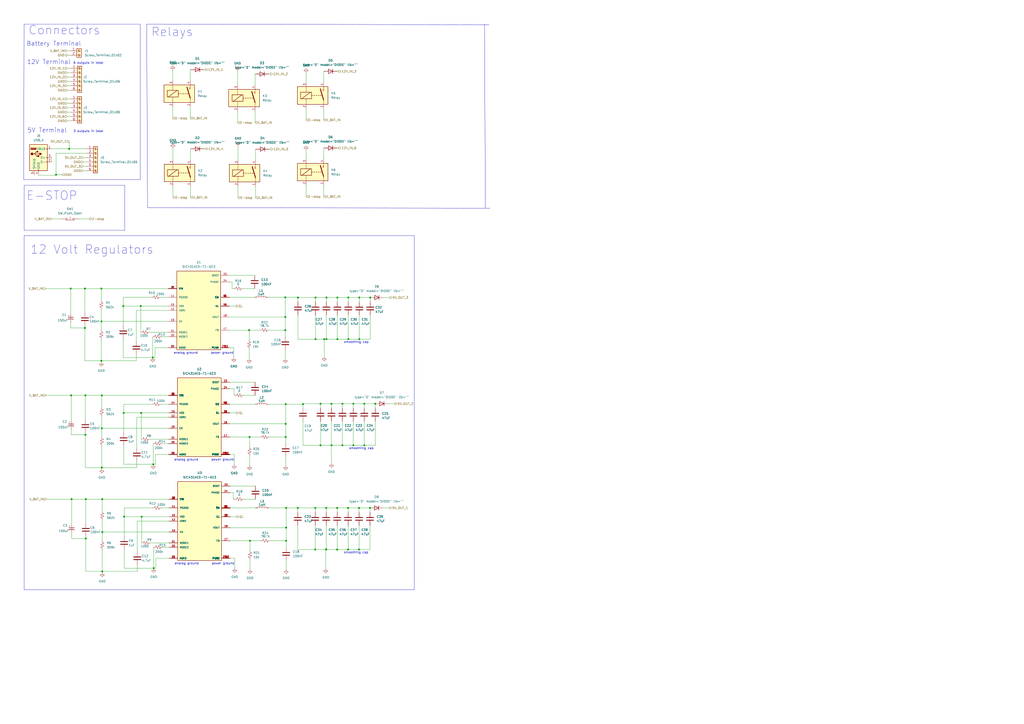
<source format=kicad_sch>
(kicad_sch (version 20230121) (generator eeschema)
  (paper "A2")
  (junction (at 208.28 294.64))
  (junction (at 49.276 167.386))
  (junction (at 189.23 318.77))
  (junction (at 165.481 172.466))
  (junction (at 175.768 234.442))
  (junction (at 195.58 318.77))
  (junction (at 59.309 289.56))
  (junction (at 89.154 329.565))
  (junction (at 182.88 294.64))
  (junction (at 165.735 245.872))
  (junction (at 144.78 253.492))
  (junction (at 32.512 101.346))
  (junction (at 144.526 191.516))
  (junction (at 189.357 196.723))
  (junction (at 88.646 207.391))
  (junction (at 211.328 258.318))
  (junction (at 211.328 234.188))
  (junction (at 195.707 196.723))
  (junction (at 201.93 318.77))
  (junction (at 214.757 172.593))
  (junction (at 189.23 318.643))
  (junction (at 172.72 294.64))
  (junction (at 49.784 312.42))
  (junction (at 202.057 172.593))
  (junction (at 58.801 186.436))
  (junction (at 145.034 313.69))
  (junction (at 214.63 294.64))
  (junction (at 165.989 306.07))
  (junction (at 49.276 190.246))
  (junction (at 185.928 234.188))
  (junction (at 81.661 177.546))
  (junction (at 208.407 172.593))
  (junction (at 195.707 172.593))
  (junction (at 165.735 253.492))
  (junction (at 81.915 239.522))
  (junction (at 217.678 234.188))
  (junction (at 192.278 258.318))
  (junction (at 165.735 234.442))
  (junction (at 59.055 229.362))
  (junction (at 165.481 191.516))
  (junction (at 189.357 172.593))
  (junction (at 208.407 196.723))
  (junction (at 204.978 234.188))
  (junction (at 49.53 252.222))
  (junction (at 41.529 289.56))
  (junction (at 59.055 248.412))
  (junction (at 58.801 209.296))
  (junction (at 195.58 294.64))
  (junction (at 165.989 313.69))
  (junction (at 58.801 167.386))
  (junction (at 49.53 229.362))
  (junction (at 59.309 331.47))
  (junction (at 192.278 234.188))
  (junction (at 165.989 294.64))
  (junction (at 202.057 196.723))
  (junction (at 183.007 172.593))
  (junction (at 204.978 258.318))
  (junction (at 201.93 294.64))
  (junction (at 208.28 318.77))
  (junction (at 41.021 167.386))
  (junction (at 172.847 172.593))
  (junction (at 188.087 196.723))
  (junction (at 182.88 318.77))
  (junction (at 59.309 308.61))
  (junction (at 198.628 234.188))
  (junction (at 72.009 299.72))
  (junction (at 71.755 239.522))
  (junction (at 185.928 258.318))
  (junction (at 41.275 229.362))
  (junction (at 71.501 177.546))
  (junction (at 59.055 271.272))
  (junction (at 165.481 183.896))
  (junction (at 49.784 289.56))
  (junction (at 88.9 269.367))
  (junction (at 189.23 294.64))
  (junction (at 198.628 258.318))
  (junction (at 82.169 299.72))
  (junction (at 183.007 196.723))
  (junction (at 40.132 86.36))
  (wire (pts (xy 58.801 209.296) (xy 58.801 209.931)))
  (wire (pts (xy 148.209 86.487) (xy 148.463 86.487)))
  (wire (pts (xy 156.21 253.492) (xy 165.735 253.492)))
  (polyline (pts (xy 13.716 104.14) (xy 81.28 104.14)))
  (wire (pts (xy 26.416 167.386) (xy 41.021 167.386)))
  (wire (pts (xy 41.529 312.42) (xy 49.784 312.42)))
  (wire (pts (xy 165.989 313.69) (xy 165.989 306.07)))
  (wire (pts (xy 48.26 99.06) (xy 50.292 99.06)))
  (polyline (pts (xy 240.284 342.138) (xy 13.97 342.138)))
  (wire (pts (xy 41.529 289.56) (xy 49.784 289.56)))
  (wire (pts (xy 41.529 309.245) (xy 41.529 312.42)))
  (wire (pts (xy 38.989 57.404) (xy 41.021 57.404)))
  (wire (pts (xy 136.271 289.56) (xy 135.382 289.56)))
  (wire (pts (xy 222.25 294.64) (xy 226.06 294.64)))
  (wire (pts (xy 214.63 294.64) (xy 214.63 297.18)))
  (wire (pts (xy 185.928 234.188) (xy 185.928 236.728)))
  (wire (pts (xy 185.928 258.318) (xy 192.278 258.318)))
  (wire (pts (xy 133.604 313.69) (xy 145.034 313.69)))
  (wire (pts (xy 135.763 225.552) (xy 135.763 229.362)))
  (wire (pts (xy 59.055 229.362) (xy 97.79 229.362)))
  (wire (pts (xy 202.057 172.593) (xy 202.057 175.133)))
  (wire (pts (xy 198.628 234.188) (xy 198.628 236.728)))
  (wire (pts (xy 133.35 225.552) (xy 135.763 225.552)))
  (wire (pts (xy 137.795 64.516) (xy 137.795 71.12)))
  (wire (pts (xy 165.989 294.64) (xy 172.72 294.64)))
  (wire (pts (xy 192.278 258.318) (xy 198.628 258.318)))
  (wire (pts (xy 222.377 172.593) (xy 226.187 172.593)))
  (wire (pts (xy 165.735 245.872) (xy 133.35 245.872)))
  (wire (pts (xy 188.087 196.723) (xy 189.357 196.723)))
  (wire (pts (xy 165.989 306.07) (xy 133.604 306.07)))
  (wire (pts (xy 49.784 289.56) (xy 59.309 289.56)))
  (wire (pts (xy 189.23 304.8) (xy 189.23 318.643)))
  (wire (pts (xy 79.375 259.842) (xy 79.375 242.062)))
  (wire (pts (xy 86.995 254.762) (xy 97.79 254.762)))
  (wire (pts (xy 136.144 323.85) (xy 136.144 329.565)))
  (wire (pts (xy 32.512 88.9) (xy 32.512 101.346)))
  (wire (pts (xy 38.862 32.004) (xy 40.767 32.004)))
  (wire (pts (xy 59.055 258.572) (xy 59.055 271.272)))
  (wire (pts (xy 185.928 244.348) (xy 185.928 258.318)))
  (wire (pts (xy 100.203 40.767) (xy 100.203 46.736)))
  (wire (pts (xy 49.784 312.42) (xy 49.784 311.15)))
  (wire (pts (xy 41.021 187.071) (xy 41.021 190.246)))
  (wire (pts (xy 89.154 317.5) (xy 89.154 329.565)))
  (wire (pts (xy 81.915 239.522) (xy 97.79 239.522)))
  (polyline (pts (xy 72.39 133.604) (xy 72.39 107.442)))
  (wire (pts (xy 187.706 62.992) (xy 187.706 69.596)))
  (wire (pts (xy 156.464 313.69) (xy 165.989 313.69)))
  (wire (pts (xy 214.63 304.8) (xy 214.63 318.77)))
  (wire (pts (xy 202.057 172.593) (xy 208.407 172.593)))
  (wire (pts (xy 195.58 41.402) (xy 196.596 41.402)))
  (wire (pts (xy 79.375 267.462) (xy 79.375 271.272)))
  (wire (pts (xy 38.989 44.704) (xy 41.021 44.704)))
  (wire (pts (xy 110.49 107.95) (xy 110.49 114.554)))
  (wire (pts (xy 90.424 323.85) (xy 90.424 329.565)))
  (wire (pts (xy 187.706 85.852) (xy 187.96 85.852)))
  (wire (pts (xy 41.021 167.386) (xy 49.276 167.386)))
  (wire (pts (xy 59.309 318.77) (xy 59.309 331.47)))
  (wire (pts (xy 71.501 188.976) (xy 71.501 177.546)))
  (wire (pts (xy 165.481 172.466) (xy 172.847 172.466)))
  (wire (pts (xy 165.989 313.69) (xy 165.989 317.5)))
  (wire (pts (xy 195.58 85.852) (xy 196.596 85.852)))
  (wire (pts (xy 135.636 201.676) (xy 135.636 207.391)))
  (wire (pts (xy 89.154 329.565) (xy 90.424 329.565)))
  (wire (pts (xy 172.72 294.64) (xy 172.72 297.18)))
  (wire (pts (xy 155.829 42.926) (xy 156.845 42.926)))
  (wire (pts (xy 82.169 299.72) (xy 98.044 299.72)))
  (wire (pts (xy 118.364 86.36) (xy 119.38 86.36)))
  (wire (pts (xy 110.49 86.36) (xy 110.744 86.36)))
  (wire (pts (xy 79.629 320.04) (xy 79.629 302.26)))
  (polyline (pts (xy 85.598 120.396) (xy 284.226 120.777)))
  (wire (pts (xy 135.382 285.75) (xy 133.604 285.75)))
  (wire (pts (xy 211.328 234.188) (xy 217.678 234.188)))
  (wire (pts (xy 144.526 191.516) (xy 144.526 197.231)))
  (polyline (pts (xy 13.97 136.652) (xy 17.018 136.652)))
  (wire (pts (xy 93.345 234.442) (xy 97.79 234.442)))
  (wire (pts (xy 208.28 304.8) (xy 208.28 318.77)))
  (wire (pts (xy 189.23 294.64) (xy 195.58 294.64)))
  (wire (pts (xy 59.309 308.61) (xy 59.309 313.69)))
  (wire (pts (xy 138.049 108.077) (xy 138.049 114.681)))
  (polyline (pts (xy 13.97 107.442) (xy 72.39 107.442)))
  (wire (pts (xy 165.481 183.896) (xy 133.096 183.896)))
  (wire (pts (xy 145.034 324.485) (xy 145.034 330.2)))
  (wire (pts (xy 41.021 190.246) (xy 49.276 190.246)))
  (wire (pts (xy 133.096 159.766) (xy 147.701 159.766)))
  (wire (pts (xy 81.661 192.786) (xy 81.661 177.546)))
  (wire (pts (xy 182.88 304.8) (xy 182.88 318.77)))
  (wire (pts (xy 79.121 209.296) (xy 58.801 209.296)))
  (wire (pts (xy 50.292 88.9) (xy 32.512 88.9)))
  (wire (pts (xy 59.055 241.427) (xy 59.055 248.412)))
  (wire (pts (xy 133.604 323.85) (xy 136.144 323.85)))
  (wire (pts (xy 144.78 264.287) (xy 144.78 270.002)))
  (wire (pts (xy 177.546 87.249) (xy 177.546 92.202)))
  (wire (pts (xy 133.35 221.742) (xy 147.955 221.742)))
  (wire (pts (xy 93.091 172.466) (xy 97.536 172.466)))
  (wire (pts (xy 72.009 299.72) (xy 82.169 299.72)))
  (wire (pts (xy 32.512 101.6) (xy 22.352 101.6)))
  (wire (pts (xy 192.278 234.188) (xy 192.278 236.728)))
  (wire (pts (xy 79.629 302.26) (xy 98.044 302.26)))
  (wire (pts (xy 188.087 196.723) (xy 183.007 196.723)))
  (wire (pts (xy 198.628 234.188) (xy 204.978 234.188)))
  (wire (pts (xy 71.755 250.952) (xy 71.755 239.522)))
  (wire (pts (xy 214.757 182.753) (xy 214.757 196.723)))
  (wire (pts (xy 32.512 101.346) (xy 36.068 101.346)))
  (wire (pts (xy 172.847 172.593) (xy 183.007 172.593)))
  (wire (pts (xy 204.978 234.188) (xy 204.978 236.728)))
  (wire (pts (xy 189.23 294.64) (xy 189.23 297.18)))
  (wire (pts (xy 38.989 39.624) (xy 41.021 39.624)))
  (wire (pts (xy 88.9 257.302) (xy 88.9 269.367)))
  (wire (pts (xy 165.735 234.442) (xy 175.768 234.442)))
  (wire (pts (xy 100.33 85.979) (xy 100.33 92.71)))
  (wire (pts (xy 172.72 318.77) (xy 172.72 304.8)))
  (wire (pts (xy 133.35 263.652) (xy 135.89 263.652)))
  (wire (pts (xy 29.972 86.36) (xy 40.132 86.36)))
  (polyline (pts (xy 16.764 136.652) (xy 240.284 136.652)))
  (polyline (pts (xy 240.284 136.652) (xy 240.284 342.138)))
  (wire (pts (xy 195.707 182.753) (xy 195.707 196.723)))
  (wire (pts (xy 183.007 172.593) (xy 189.357 172.593)))
  (wire (pts (xy 79.121 205.486) (xy 79.121 209.296)))
  (wire (pts (xy 88.646 207.391) (xy 89.916 207.391)))
  (wire (pts (xy 144.78 253.492) (xy 151.13 253.492)))
  (wire (pts (xy 133.096 201.676) (xy 135.636 201.676)))
  (wire (pts (xy 41.275 252.222) (xy 49.53 252.222)))
  (wire (pts (xy 71.755 258.572) (xy 71.755 269.367)))
  (wire (pts (xy 71.755 234.442) (xy 88.265 234.442)))
  (wire (pts (xy 155.321 172.466) (xy 165.481 172.466)))
  (wire (pts (xy 100.33 107.95) (xy 100.33 114.554)))
  (wire (pts (xy 38.989 70.104) (xy 41.021 70.104)))
  (wire (pts (xy 155.575 234.442) (xy 165.735 234.442)))
  (wire (pts (xy 26.924 289.56) (xy 41.529 289.56)))
  (wire (pts (xy 185.928 234.188) (xy 192.278 234.188)))
  (wire (pts (xy 40.132 86.36) (xy 50.292 86.36)))
  (wire (pts (xy 59.055 271.272) (xy 59.055 271.907)))
  (wire (pts (xy 79.121 180.086) (xy 97.536 180.086)))
  (wire (pts (xy 90.17 263.652) (xy 90.17 269.367)))
  (wire (pts (xy 165.481 191.516) (xy 165.481 183.896)))
  (wire (pts (xy 88.646 195.326) (xy 88.646 207.391)))
  (wire (pts (xy 147.955 64.516) (xy 147.955 71.12)))
  (wire (pts (xy 165.481 191.516) (xy 165.481 195.326)))
  (wire (pts (xy 59.309 308.61) (xy 98.044 308.61)))
  (wire (pts (xy 59.309 289.56) (xy 98.044 289.56)))
  (wire (pts (xy 82.169 314.96) (xy 82.169 299.72)))
  (wire (pts (xy 59.309 301.625) (xy 59.309 308.61)))
  (wire (pts (xy 71.501 177.546) (xy 71.501 172.466)))
  (wire (pts (xy 49.53 271.272) (xy 59.055 271.272)))
  (wire (pts (xy 144.526 191.516) (xy 150.876 191.516)))
  (wire (pts (xy 59.055 248.412) (xy 59.055 253.492)))
  (wire (pts (xy 59.309 289.56) (xy 59.309 296.545)))
  (wire (pts (xy 49.53 229.362) (xy 49.53 243.332)))
  (wire (pts (xy 189.357 172.593) (xy 195.707 172.593)))
  (wire (pts (xy 118.364 40.386) (xy 119.253 40.386)))
  (wire (pts (xy 211.328 258.318) (xy 217.678 258.318)))
  (wire (pts (xy 189.23 318.643) (xy 189.23 318.77)))
  (wire (pts (xy 144.78 253.492) (xy 144.78 259.207)))
  (wire (pts (xy 156.083 86.487) (xy 157.099 86.487)))
  (wire (pts (xy 38.989 65.024) (xy 41.021 65.024)))
  (wire (pts (xy 198.628 244.348) (xy 198.628 258.318)))
  (wire (pts (xy 94.234 317.5) (xy 98.044 317.5)))
  (wire (pts (xy 135.382 289.56) (xy 135.382 285.75)))
  (wire (pts (xy 147.955 42.926) (xy 148.209 42.926)))
  (wire (pts (xy 72.009 329.565) (xy 89.154 329.565)))
  (wire (pts (xy 148.209 92.837) (xy 148.209 86.487)))
  (wire (pts (xy 165.735 253.492) (xy 165.735 257.302)))
  (wire (pts (xy 172.847 172.593) (xy 172.847 175.133)))
  (wire (pts (xy 38.862 29.464) (xy 40.767 29.464)))
  (wire (pts (xy 49.276 209.296) (xy 58.801 209.296)))
  (polyline (pts (xy 13.97 342.138) (xy 13.97 136.652)))
  (wire (pts (xy 165.481 172.466) (xy 165.481 183.896)))
  (wire (pts (xy 195.58 294.64) (xy 201.93 294.64)))
  (wire (pts (xy 71.501 177.546) (xy 81.661 177.546)))
  (wire (pts (xy 188.087 206.883) (xy 188.087 196.723)))
  (wire (pts (xy 58.801 186.436) (xy 58.801 191.516)))
  (wire (pts (xy 38.989 52.324) (xy 41.021 52.324)))
  (wire (pts (xy 140.716 167.386) (xy 147.701 167.386)))
  (wire (pts (xy 49.276 167.386) (xy 58.801 167.386)))
  (wire (pts (xy 72.009 318.77) (xy 72.009 329.565)))
  (wire (pts (xy 192.278 258.318) (xy 192.278 268.605)))
  (wire (pts (xy 38.989 42.164) (xy 41.021 42.164)))
  (wire (pts (xy 208.407 172.593) (xy 208.407 175.133)))
  (wire (pts (xy 133.604 294.64) (xy 148.209 294.64)))
  (wire (pts (xy 133.096 191.516) (xy 144.526 191.516)))
  (wire (pts (xy 195.707 172.593) (xy 202.057 172.593)))
  (wire (pts (xy 58.801 186.436) (xy 97.536 186.436)))
  (wire (pts (xy 202.057 182.753) (xy 202.057 196.723)))
  (wire (pts (xy 187.706 47.752) (xy 187.706 41.402)))
  (wire (pts (xy 41.021 167.386) (xy 41.021 181.991)))
  (wire (pts (xy 165.735 264.922) (xy 165.735 270.002)))
  (wire (pts (xy 204.978 244.348) (xy 204.978 258.318)))
  (wire (pts (xy 182.88 294.64) (xy 182.88 297.18)))
  (wire (pts (xy 72.009 299.72) (xy 72.009 294.64)))
  (wire (pts (xy 195.58 294.64) (xy 195.58 297.18)))
  (wire (pts (xy 133.096 177.546) (xy 136.906 177.546)))
  (wire (pts (xy 49.784 312.42) (xy 49.784 331.47)))
  (wire (pts (xy 59.055 248.412) (xy 97.79 248.412)))
  (wire (pts (xy 185.928 258.318) (xy 175.768 258.318)))
  (wire (pts (xy 81.915 254.762) (xy 81.915 239.522)))
  (wire (pts (xy 187.706 92.202) (xy 187.706 85.852)))
  (wire (pts (xy 29.972 127) (xy 35.56 127)))
  (wire (pts (xy 175.768 258.318) (xy 175.768 244.348)))
  (wire (pts (xy 49.784 331.47) (xy 59.309 331.47)))
  (wire (pts (xy 110.363 46.736) (xy 110.363 40.386)))
  (wire (pts (xy 198.628 258.318) (xy 204.978 258.318)))
  (wire (pts (xy 192.278 234.188) (xy 198.628 234.188)))
  (polyline (pts (xy 85.09 13.97) (xy 283.718 14.351)))
  (wire (pts (xy 182.88 294.64) (xy 189.23 294.64)))
  (wire (pts (xy 165.735 234.442) (xy 165.735 245.872)))
  (wire (pts (xy 38.989 49.784) (xy 41.021 49.784)))
  (wire (pts (xy 48.26 91.44) (xy 50.292 91.44)))
  (wire (pts (xy 172.847 172.466) (xy 172.847 172.593)))
  (wire (pts (xy 177.546 62.992) (xy 177.546 69.596)))
  (wire (pts (xy 204.978 258.318) (xy 211.328 258.318)))
  (wire (pts (xy 201.93 294.64) (xy 201.93 297.18)))
  (wire (pts (xy 145.034 313.69) (xy 145.034 319.405)))
  (wire (pts (xy 175.768 234.442) (xy 175.768 236.728)))
  (wire (pts (xy 182.88 318.77) (xy 189.23 318.77)))
  (wire (pts (xy 49.276 190.246) (xy 49.276 209.296)))
  (wire (pts (xy 138.049 84.836) (xy 138.049 92.837)))
  (wire (pts (xy 41.275 229.362) (xy 41.275 243.967)))
  (wire (pts (xy 172.847 196.723) (xy 172.847 182.753)))
  (wire (pts (xy 165.481 202.946) (xy 165.481 208.026)))
  (wire (pts (xy 59.055 229.362) (xy 59.055 236.347)))
  (wire (pts (xy 133.35 239.522) (xy 137.16 239.522)))
  (wire (pts (xy 165.989 294.64) (xy 165.989 306.07)))
  (wire (pts (xy 38.989 62.484) (xy 41.021 62.484)))
  (wire (pts (xy 183.007 172.593) (xy 183.007 175.133)))
  (wire (pts (xy 204.978 234.188) (xy 211.328 234.188)))
  (wire (pts (xy 93.599 294.64) (xy 98.044 294.64)))
  (wire (pts (xy 135.89 263.652) (xy 135.89 269.367)))
  (wire (pts (xy 217.678 244.348) (xy 217.678 258.318)))
  (wire (pts (xy 87.249 314.96) (xy 98.044 314.96)))
  (polyline (pts (xy 13.97 13.97) (xy 13.716 104.14)))
  (wire (pts (xy 214.757 172.593) (xy 214.757 175.133)))
  (wire (pts (xy 32.512 101.346) (xy 32.512 101.6)))
  (wire (pts (xy 177.546 42.418) (xy 177.546 47.752)))
  (wire (pts (xy 195.58 318.77) (xy 201.93 318.77)))
  (polyline (pts (xy 13.97 133.604) (xy 72.39 133.604)))
  (wire (pts (xy 71.755 269.367) (xy 88.9 269.367)))
  (polyline (pts (xy 85.09 13.97) (xy 85.598 120.396)))
  (wire (pts (xy 79.375 242.062) (xy 97.79 242.062)))
  (wire (pts (xy 208.28 294.64) (xy 208.28 297.18)))
  (wire (pts (xy 72.009 311.15) (xy 72.009 299.72)))
  (wire (pts (xy 110.49 92.71) (xy 110.49 86.36)))
  (wire (pts (xy 141.351 229.362) (xy 147.955 229.362)))
  (wire (pts (xy 189.357 182.753) (xy 189.357 196.723)))
  (wire (pts (xy 97.536 201.676) (xy 89.916 201.676)))
  (wire (pts (xy 211.328 244.348) (xy 211.328 258.318)))
  (wire (pts (xy 58.801 196.596) (xy 58.801 209.296)))
  (wire (pts (xy 192.278 244.348) (xy 192.278 258.318)))
  (wire (pts (xy 89.916 201.676) (xy 89.916 207.391)))
  (wire (pts (xy 97.79 263.652) (xy 90.17 263.652)))
  (wire (pts (xy 195.707 196.723) (xy 202.057 196.723)))
  (wire (pts (xy 41.529 289.56) (xy 41.529 304.165)))
  (wire (pts (xy 189.357 196.723) (xy 195.707 196.723)))
  (wire (pts (xy 145.034 313.69) (xy 151.384 313.69)))
  (wire (pts (xy 189.357 172.593) (xy 189.357 175.133)))
  (wire (pts (xy 208.407 196.723) (xy 214.757 196.723)))
  (wire (pts (xy 189.23 318.77) (xy 195.58 318.77)))
  (wire (pts (xy 172.72 294.64) (xy 182.88 294.64)))
  (wire (pts (xy 86.741 192.786) (xy 97.536 192.786)))
  (wire (pts (xy 147.955 49.276) (xy 147.955 42.926)))
  (wire (pts (xy 88.9 269.367) (xy 90.17 269.367)))
  (wire (pts (xy 148.209 108.077) (xy 148.209 114.681)))
  (wire (pts (xy 217.678 234.188) (xy 217.678 236.728)))
  (wire (pts (xy 29.972 91.44) (xy 29.972 93.98)))
  (wire (pts (xy 98.044 323.85) (xy 90.424 323.85)))
  (wire (pts (xy 81.661 177.546) (xy 97.536 177.546)))
  (wire (pts (xy 133.35 234.442) (xy 147.955 234.442)))
  (wire (pts (xy 155.956 191.516) (xy 165.481 191.516)))
  (wire (pts (xy 182.88 318.77) (xy 172.72 318.77)))
  (wire (pts (xy 45.72 127) (xy 52.07 127)))
  (wire (pts (xy 58.801 167.386) (xy 97.536 167.386)))
  (wire (pts (xy 133.096 172.466) (xy 147.701 172.466)))
  (wire (pts (xy 38.989 67.564) (xy 41.021 67.564)))
  (wire (pts (xy 188.976 329.819) (xy 188.976 318.643)))
  (wire (pts (xy 49.276 190.246) (xy 49.276 188.976)))
  (wire (pts (xy 201.93 294.64) (xy 208.28 294.64)))
  (wire (pts (xy 211.328 234.188) (xy 211.328 236.728)))
  (wire (pts (xy 26.67 229.362) (xy 41.275 229.362)))
  (wire (pts (xy 187.706 41.402) (xy 187.96 41.402)))
  (wire (pts (xy 133.604 281.94) (xy 148.209 281.94)))
  (wire (pts (xy 49.276 167.386) (xy 49.276 181.356)))
  (wire (pts (xy 144.526 202.311) (xy 144.526 208.026)))
  (wire (pts (xy 100.203 61.976) (xy 100.203 68.58)))
  (wire (pts (xy 58.801 167.386) (xy 58.801 174.371)))
  (wire (pts (xy 208.407 172.593) (xy 214.757 172.593)))
  (wire (pts (xy 71.501 207.391) (xy 88.646 207.391)))
  (wire (pts (xy 175.768 234.188) (xy 185.928 234.188)))
  (wire (pts (xy 41.275 249.047) (xy 41.275 252.222)))
  (wire (pts (xy 72.009 294.64) (xy 88.519 294.64)))
  (wire (pts (xy 58.801 179.451) (xy 58.801 186.436)))
  (wire (pts (xy 201.93 304.8) (xy 201.93 318.77)))
  (wire (pts (xy 71.755 239.522) (xy 71.755 234.442)))
  (wire (pts (xy 137.795 41.275) (xy 137.795 49.276)))
  (wire (pts (xy 175.768 234.188) (xy 175.768 234.442)))
  (wire (pts (xy 93.726 195.326) (xy 97.536 195.326)))
  (wire (pts (xy 41.275 229.362) (xy 49.53 229.362)))
  (wire (pts (xy 141.351 289.56) (xy 148.209 289.56)))
  (wire (pts (xy 208.28 294.64) (xy 214.63 294.64)))
  (wire (pts (xy 188.976 318.643) (xy 189.23 318.643)))
  (wire (pts (xy 38.989 59.944) (xy 41.021 59.944)))
  (wire (pts (xy 48.26 93.98) (xy 50.292 93.98)))
  (wire (pts (xy 49.784 289.56) (xy 49.784 303.53)))
  (wire (pts (xy 49.53 252.222) (xy 49.53 250.952)))
  (wire (pts (xy 201.93 318.77) (xy 208.28 318.77)))
  (wire (pts (xy 177.546 107.442) (xy 177.546 114.046)))
  (wire (pts (xy 79.375 271.272) (xy 59.055 271.272)))
  (wire (pts (xy 49.53 229.362) (xy 59.055 229.362)))
  (polyline (pts (xy 281.559 120.523) (xy 281.051 14.097)))
  (wire (pts (xy 183.007 196.723) (xy 172.847 196.723)))
  (wire (pts (xy 165.989 325.12) (xy 165.989 330.2)))
  (wire (pts (xy 208.28 318.77) (xy 214.63 318.77)))
  (wire (pts (xy 133.096 163.576) (xy 134.62 163.576)))
  (wire (pts (xy 79.629 327.66) (xy 79.629 331.47)))
  (wire (pts (xy 38.989 47.244) (xy 41.021 47.244)))
  (wire (pts (xy 183.007 182.753) (xy 183.007 196.723)))
  (wire (pts (xy 93.98 257.302) (xy 97.79 257.302)))
  (wire (pts (xy 59.309 331.47) (xy 59.309 332.105)))
  (wire (pts (xy 49.53 252.222) (xy 49.53 271.272)))
  (wire (pts (xy 133.35 253.492) (xy 144.78 253.492)))
  (wire (pts (xy 225.298 234.188) (xy 229.108 234.188)))
  (wire (pts (xy 48.26 96.52) (xy 50.292 96.52)))
  (wire (pts (xy 195.58 304.8) (xy 195.58 318.77)))
  (wire (pts (xy 135.636 167.386) (xy 134.62 167.386)))
  (wire (pts (xy 71.501 196.596) (xy 71.501 207.391)))
  (polyline (pts (xy 13.97 107.442) (xy 13.97 133.604)))
  (wire (pts (xy 110.363 61.976) (xy 110.363 68.58)))
  (wire (pts (xy 110.363 40.386) (xy 110.744 40.386)))
  (wire (pts (xy 135.763 229.362) (xy 136.271 229.362)))
  (wire (pts (xy 165.735 253.492) (xy 165.735 245.872)))
  (wire (pts (xy 71.755 239.522) (xy 81.915 239.522)))
  (wire (pts (xy 187.706 107.442) (xy 187.706 114.046)))
  (wire (pts (xy 79.629 331.47) (xy 59.309 331.47)))
  (wire (pts (xy 208.407 182.753) (xy 208.407 196.723)))
  (wire (pts (xy 134.62 167.386) (xy 134.62 163.576)))
  (wire (pts (xy 133.604 299.72) (xy 137.414 299.72)))
  (wire (pts (xy 155.829 294.64) (xy 165.989 294.64)))
  (wire (pts (xy 195.707 172.593) (xy 195.707 175.133)))
  (wire (pts (xy 40.132 82.042) (xy 40.132 86.36)))
  (polyline (pts (xy 13.716 13.97) (xy 81.28 13.97)))
  (wire (pts (xy 202.057 196.723) (xy 208.407 196.723)))
  (wire (pts (xy 71.501 172.466) (xy 88.011 172.466)))
  (wire (pts (xy 79.121 197.866) (xy 79.121 180.086)))
  (polyline (pts (xy 81.28 104.14) (xy 81.28 13.97)))
  (text "power ground" (at 122.301 205.486 0) (effects (font (size 1.27 1.27)) (justify left bottom)))
  (text "Connectors" (at 16.383 20.574 0) (effects (font (size 5 5)) (justify left bottom)))
  (text "analog ground" (at 101.219 327.66 0) (effects (font (size 1.27 1.27)) (justify left bottom)))
  (text "Battery Terminal\n" (at 15.367 26.924 0) (effects (font (size 2.54 2.54)) (justify left bottom)))
  (text "smoothing cap" (at 202.438 260.858 0) (effects (font (size 1.27 1.27)) (justify left bottom)))
  (text "5V Terminal" (at 15.875 77.216 0) (effects (font (size 2.54 2.54)) (justify left bottom)))
  (text "smoothing cap" (at 199.517 199.263 0) (effects (font (size 1.27 1.27)) (justify left bottom)))
  (text "power ground" (at 122.809 327.66 0) (effects (font (size 1.27 1.27)) (justify left bottom)))
  (text "12V Terminal" (at 15.621 37.592 0) (effects (font (size 2.54 2.54)) (justify left bottom)))
  (text "smoothing cap" (at 199.39 321.31 0) (effects (font (size 1.27 1.27)) (justify left bottom)))
  (text "Relays" (at 87.63 21.59 0) (effects (font (size 5 5)) (justify left bottom)))
  (text "analog ground" (at 100.711 205.486 0) (effects (font (size 1.27 1.27)) (justify left bottom)))
  (text "3 outputs in total" (at 42.545 76.962 0) (effects (font (size 1.27 1.27)) (justify left bottom)))
  (text "analog ground" (at 100.965 267.462 0) (effects (font (size 1.27 1.27)) (justify left bottom)))
  (text "power ground" (at 122.555 267.462 0) (effects (font (size 1.27 1.27)) (justify left bottom)))
  (text "E-STOP" (at 15.24 116.586 0) (effects (font (size 5 5)) (justify left bottom)))
  (text "6 outputs in total" (at 42.545 37.338 0) (effects (font (size 1.27 1.27)) (justify left bottom)))
  (text "12 Volt Regulators" (at 17.526 147.828 0) (effects (font (size 5 5)) (justify left bottom)))
  (hierarchical_label "E-stop" (shape input) (at 100.33 114.554 0))
  (hierarchical_label "V_BAT_IN" (shape input) (at 110.49 114.554 0))
  (hierarchical_label "5V_OUT_1" (shape input) (at 40.132 82.042 180))
  (hierarchical_label "V_BAT_IN" (shape input) (at 148.209 114.681 0))
  (hierarchical_label "GND" (shape input) (at 48.26 99.06 180))
  (hierarchical_label "GND" (shape input) (at 38.989 52.324 180))
  (hierarchical_label "12V_IN_1" (shape input) (at 38.989 39.624 180))
  (hierarchical_label "V_BAT_IN" (shape input) (at 110.363 68.58 0))
  (hierarchical_label "5V_OUT_2" (shape input) (at 48.26 91.44 180))
  (hierarchical_label "5V_OUT_2" (shape output) (at 229.108 234.188 0))
  (hierarchical_label "5V_OUT_3" (shape input) (at 48.26 96.52 180))
  (hierarchical_label "E-stop" (shape input) (at 177.546 114.046 0))
  (hierarchical_label "V_BAT_IN" (shape input) (at 147.955 71.12 0))
  (hierarchical_label "12V_IN_1" (shape output) (at 119.253 40.386 0))
  (hierarchical_label "GND" (shape input) (at 38.989 42.164 180))
  (hierarchical_label "12V_IN_2" (shape output) (at 156.845 42.926 0))
  (hierarchical_label "GND" (shape input) (at 38.989 65.024 180))
  (hierarchical_label "V_BAT_IN" (shape input) (at 187.706 114.046 0))
  (hierarchical_label "E-stop" (shape output) (at 52.07 127 0))
  (hierarchical_label "12V_IN_6" (shape output) (at 196.596 85.852 0))
  (hierarchical_label "GND" (shape input) (at 38.989 47.244 180))
  (hierarchical_label "GL" (shape output) (at 137.414 299.72 0))
  (hierarchical_label "12V_IN_5" (shape input) (at 38.989 62.484 180))
  (hierarchical_label "E-stop" (shape input) (at 100.203 68.58 0))
  (hierarchical_label "E-stop" (shape input) (at 177.546 69.596 0))
  (hierarchical_label "E-stop" (shape input) (at 138.049 114.681 0))
  (hierarchical_label "GND" (shape output) (at 38.862 32.004 180))
  (hierarchical_label "GND" (shape input) (at 48.26 93.98 180))
  (hierarchical_label "V_BAT_IN" (shape input) (at 29.972 127 180))
  (hierarchical_label "V_BAT_IN" (shape input) (at 26.416 167.386 180))
  (hierarchical_label "12V_IN_3" (shape output) (at 196.596 41.402 0))
  (hierarchical_label "V_BAT_IN" (shape input) (at 26.924 289.56 180))
  (hierarchical_label "GL" (shape output) (at 137.16 239.522 0))
  (hierarchical_label "5V_OUT_1" (shape output) (at 226.06 294.64 0))
  (hierarchical_label "5V_OUT_3" (shape output) (at 226.187 172.593 0))
  (hierarchical_label "V_BAT_IN" (shape input) (at 187.706 69.596 0))
  (hierarchical_label "12V_IN_2" (shape input) (at 38.989 44.704 180))
  (hierarchical_label "GL" (shape output) (at 136.906 177.546 0))
  (hierarchical_label "E-stop" (shape input) (at 137.795 71.12 0))
  (hierarchical_label "V_BAT_IN" (shape input) (at 38.862 29.464 180))
  (hierarchical_label "12V_IN_3" (shape input) (at 38.989 49.784 180))
  (hierarchical_label "V_BAT_IN" (shape input) (at 26.67 229.362 180))
  (hierarchical_label "GND" (shape input) (at 36.068 101.346 0))
  (hierarchical_label "12V_IN_4" (shape output) (at 119.38 86.36 0))
  (hierarchical_label "GND" (shape input) (at 38.989 59.944 180))
  (hierarchical_label "GND" (shape input) (at 38.989 70.104 180))
  (hierarchical_label "12V_IN_6" (shape input) (at 38.989 67.564 180))
  (hierarchical_label "12V_IN_4" (shape input) (at 38.989 57.404 180))
  (hierarchical_label "12V_IN_5" (shape output) (at 157.099 86.487 0))
  (symbol (lib_id "Device:C") (at 201.93 300.99 0) (unit 1)
    (property "Reference" "C37" (at 203.2 307.34 0) (effects (justify left)))
    (property "Value" "47uF" (at 203.2 309.88 0) (effects (justify left)))
    (property "Footprint" "Capacitor_SMD:C_0805_2012Metric" (effects hide))
  )
  (symbol (lib_id "Device:R_Small_US") (at 84.201 192.786 90) (unit 1)
    (property "Reference" "R7" (at 86.106 190.881 90))
    (property "Value" "100k" (at 83.566 194.691 90))
    (property "Footprint" "Resistor_SMD:R_0805_2012Metric" (effects hide))
    (property "Datasheet" "https://www.vishay.com/docs/28758/tnpw_e3.pdf" (effects hide))
  )
  (symbol (lib_id "Device:R_Small_US") (at 90.805 234.442 90) (unit 1)
    (property "Reference" "R11" (at 88.265 231.902 90))
    (property "Value" "100k" (at 93.345 232.537 90))
    (property "Footprint" "Resistor_SMD:R_0805_2012Metric" (effects hide))
  )
  (symbol (lib_id "Switch:SW_Push_Open") (at 40.64 127 0) (unit 1)
    (property "Reference" "SW1" (at 40.64 121.158 0))
    (property "Value" "SW_Push_Open" (at 40.64 123.698 0))
    (property "Footprint" "power_board_support:E-Stop" (effects hide))
  )
  (symbol (lib_id "Device:C") (at 214.757 178.943 0) (unit 1)
    (property "Reference" "C32" (at 217.678 178.308 0) (effects (justify left)))
    (property "Value" "47uF" (at 217.678 180.848 0) (effects (justify left)))
    (property "Footprint" "Capacitor_SMD:C_0805_2012Metric" (effects hide))
  )
  (symbol (lib_id "Simulation_SPICE:DIODE") (at 152.273 86.487 0) (unit 1)
    (property "Reference" "D4" (at 152.273 80.137 0))
    (property "Value" "${SIM.PARAMS}" (at 152.273 82.677 0))
    (property "Footprint" "Package_TO_SOT_SMD:TO-263-2" (effects hide))
    (property "Datasheet" "https://www.vishay.com/docs/95730/vs-19tq015s-m3.pdf" (effects hide))
    (property "Sim.Device" "SPICE" (effects hide))
    (property "Sim.Params" "type=\"D\" model=\"DIODE\" lib=\"\"" (effects hide))
    (property "Sim.Pins" "1=1 2=2" (effects hide))
  )
  (symbol (lib_id "Simulation_SPICE:DIODE") (at 152.019 42.926 0) (unit 1)
    (property "Reference" "D3" (at 152.019 36.576 0))
    (property "Value" "${SIM.PARAMS}" (at 152.019 39.116 0))
    (property "Footprint" "Package_TO_SOT_SMD:TO-263-2" (effects hide))
    (property "Datasheet" "https://www.vishay.com/docs/95730/vs-19tq015s-m3.pdf" (effects hide))
    (property "Sim.Device" "SPICE" (effects hide))
    (property "Sim.Params" "type=\"D\" model=\"DIODE\" lib=\"\"" (effects hide))
    (property "Sim.Pins" "1=1 2=2" (effects hide))
  )
  (symbol (lib_id "Device:R_Small_US") (at 153.924 313.69 90) (unit 1)
    (property "Reference" "R24" (at 153.924 309.245 90))
    (property "Value" "78.7k" (at 153.924 311.15 90))
    (property "Footprint" "Resistor_SMD:R_0805_2012Metric" (effects hide))
  )
  (symbol (lib_id "Device:R_Small_US") (at 84.709 314.96 90) (unit 1)
    (property "Reference" "R9" (at 86.614 313.055 90))
    (property "Value" "100k" (at 84.074 316.865 90))
    (property "Footprint" "Resistor_SMD:R_0805_2012Metric" (effects hide))
  )
  (symbol (lib_id "Device:C") (at 185.928 240.538 0) (unit 1)
    (property "Reference" "C20" (at 185.928 246.888 0) (effects (justify left)))
    (property "Value" "47uF" (at 185.928 249.428 0) (effects (justify left)))
    (property "Footprint" "Capacitor_SMD:C_0805_2012Metric" (effects hide))
  )
  (symbol (lib_id "Device:C") (at 208.28 300.99 0) (unit 1)
    (property "Reference" "C38" (at 209.55 307.34 0) (effects (justify left)))
    (property "Value" "47uF" (at 209.55 309.88 0) (effects (justify left)))
    (property "Footprint" "Capacitor_SMD:C_0805_2012Metric" (effects hide))
  )
  (symbol (lib_id "Simulation_SPICE:DIODE") (at 191.77 41.402 0) (unit 1)
    (property "Reference" "D5" (at 191.77 35.052 0))
    (property "Value" "${SIM.PARAMS}" (at 191.77 37.592 0))
    (property "Footprint" "Package_TO_SOT_SMD:TO-263-2" (effects hide))
    (property "Datasheet" "https://www.vishay.com/docs/95730/vs-19tq015s-m3.pdf" (effects hide))
    (property "Sim.Device" "SPICE" (effects hide))
    (property "Sim.Params" "type=\"D\" model=\"DIODE\" lib=\"\"" (effects hide))
    (property "Sim.Pins" "1=1 2=2" (effects hide))
  )
  (symbol (lib_id "Device:C_Polarized_Small_US") (at 41.529 306.705 0) (unit 1)
    (property "Reference" "C3" (at 36.449 304.8 0) (effects (justify left)))
    (property "Value" "150uF" (at 33.909 307.975 0) (effects (justify left)))
    (property "Footprint" "Capacitor_THT:CP_Radial_D12.5mm_P5.00mm" (effects hide))
    (property "Datasheet" "https://www.digikey.com/en/products/detail/panasonic-electronic-components/ECE-A1EN331U/227623" (effects hide))
  )
  (symbol (lib_id "Connector:USB_A") (at 22.352 91.44 0) (unit 1)
    (property "Reference" "J6" (at 22.352 78.74 0))
    (property "Value" "USB_A" (at 22.352 81.28 0))
    (property "Footprint" "Connector_USB:USB_A_CNCTech_1001-011-01101_Horizontal" (effects hide))
    (property "Datasheet" " ~" (effects hide))
  )
  (symbol (lib_id "Device:R_Small_US") (at 91.694 317.5 90) (unit 1)
    (property "Reference" "R15" (at 94.234 316.23 90))
    (property "Value" "200k" (at 92.329 320.04 90))
    (property "Footprint" "Resistor_SMD:R_0805_2012Metric" (effects hide))
  )
  (symbol (lib_id "power:GND") (at 165.989 330.2 0) (unit 1)
    (property "Reference" "#PWR019" (effects hide))
    (property "Value" "GND" (at 165.989 335.28 0))
  )
  (symbol (lib_id "Device:R_Small_US") (at 138.176 167.386 90) (unit 1)
    (property "Reference" "R16" (at 138.176 162.941 90))
    (property "Value" "0" (at 138.176 164.846 90))
    (property "Footprint" "Resistor_SMD:R_0805_2012Metric" (effects hide))
  )
  (symbol (lib_name "DIODE_1") (lib_id "Simulation_SPICE:DIODE") (at 218.44 294.64 0) (unit 1)
    (property "Reference" "D9" (at 218.44 288.29 0))
    (property "Value" "${SIM.PARAMS}" (at 218.44 290.83 0))
    (property "Footprint" "Package_TO_SOT_SMD:TO-263-2" (effects hide))
    (property "Datasheet" "https://www.vishay.com/docs/95730/vs-19tq015s-m3.pdf" (effects hide))
    (property "Sim.Device" "SPICE" (effects hide))
    (property "Sim.Params" "type=\"D\" model=\"DIODE\" lib=\"\"" (effects hide))
    (property "Sim.Pins" "1=1 2=2" (effects hide))
  )
  (symbol (lib_id "power:GND") (at 88.9 269.367 0) (unit 1)
    (property "Reference" "#PWR05" (effects hide))
    (property "Value" "GND" (at 88.9 274.447 0))
  )
  (symbol (lib_id "Device:R_Small_US") (at 91.186 195.326 90) (unit 1)
    (property "Reference" "R13" (at 93.726 194.056 90))
    (property "Value" "200k" (at 91.821 197.866 90))
    (property "Footprint" "Resistor_SMD:R_0805_2012Metric" (effects hide))
    (property "Datasheet" "https://www.vishay.com/docs/28758/tnpw_e3.pdf" (effects hide))
  )
  (symbol (lib_id "Device:R_Small_US") (at 153.67 253.492 90) (unit 1)
    (property "Reference" "R23" (at 153.67 249.047 90))
    (property "Value" "78.7k" (at 153.67 250.952 90))
    (property "Footprint" "Resistor_SMD:R_0805_2012Metric" (effects hide))
  )
  (symbol (lib_id "power:GND") (at 58.801 209.931 0) (unit 1)
    (property "Reference" "#PWR01" (effects hide))
    (property "Value" "GND" (at 58.801 215.011 0))
  )
  (symbol (lib_id "Device:C") (at 195.58 300.99 0) (unit 1)
    (property "Reference" "C36" (at 196.85 307.34 0) (effects (justify left)))
    (property "Value" "47uF" (at 196.85 309.88 0) (effects (justify left)))
    (property "Footprint" "Capacitor_SMD:C_0805_2012Metric" (effects hide))
  )
  (symbol (lib_id "Device:C") (at 208.407 178.943 0) (unit 1)
    (property "Reference" "C31" (at 209.677 185.293 0) (effects (justify left)))
    (property "Value" "47uF" (at 209.677 187.833 0) (effects (justify left)))
    (property "Footprint" "Capacitor_SMD:C_0805_2012Metric" (effects hide))
  )
  (symbol (lib_id "Device:C") (at 79.375 263.652 0) (unit 1)
    (property "Reference" "C11" (at 81.915 262.382 0) (effects (justify left)))
    (property "Value" "4.7uF" (at 81.915 264.922 0) (effects (justify left)))
    (property "Footprint" "Capacitor_SMD:C_0805_2012Metric" (effects hide))
  )
  (symbol (lib_id "power:GND") (at 177.546 42.418 180) (unit 1)
    (property "Reference" "#PWR020" (effects hide))
    (property "Value" "GND" (at 177.546 37.846 0))
  )
  (symbol (lib_id "Relay:DIPxx-1Axx-11x") (at 105.283 54.356 0) (unit 1)
    (property "Reference" "K1" (at 114.681 53.0859 0) (effects (justify left)))
    (property "Value" "Relay" (at 114.681 55.6259 0) (effects (justify left)))
    (property "Footprint" "power_board_support:A10 Relay" (effects hide))
  )
  (symbol (lib_id "Device:R_Small_US") (at 91.44 257.302 90) (unit 1)
    (property "Reference" "R14" (at 93.98 256.032 90))
    (property "Value" "200k" (at 92.075 259.842 90))
    (property "Footprint" "Resistor_SMD:R_0805_2012Metric" (effects hide))
  )
  (symbol (lib_id "power:GND") (at 136.144 329.565 0) (unit 1)
    (property "Reference" "#PWR011" (effects hide))
    (property "Value" "GND" (at 136.144 334.645 0))
  )
  (symbol (lib_id "Device:C") (at 172.847 178.943 0) (unit 1)
    (property "Reference" "C26" (at 176.657 177.673 0) (effects (justify left)))
    (property "Value" "47uF" (at 176.657 180.213 0) (effects (justify left)))
    (property "Footprint" "Capacitor_SMD:C_0805_2012Metric" (effects hide))
  )
  (symbol (lib_id "SIC431AED-T1-GE3:SIC431AED-T1-GE3") (at 115.316 180.086 0) (unit 1)
    (property "Reference" "U1" (at 115.316 152.146 0))
    (property "Value" "SIC431AED-T1-GE3" (at 115.316 154.686 0))
    (property "Footprint" "SIC_431_supporting:REGULATOR_SIC431AED-T1-GE3" (effects hide))
    (property "MF" "Vishay Siliconix" (effects hide))
    (property "PACKAGE" "PowerWFQFN-24 Vishay" (effects hide))
    (property "PRICE" "1.86 USD" (effects hide))
    (property "AVAILABILITY" "Good" (effects hide))
    (property "MP" "SIC431AED-T1-GE3" (effects hide))
    (property "DESCRIPTION" "Synchronous Buck Regulator Ultrasonic Adjustable 0.6V to 21.6V 24A O/P 24-Pin PowerPAK MLP44 T/R" (effects hide))
  )
  (symbol (lib_id "Device:C_Polarized_Small_US") (at 41.275 246.507 0) (unit 1)
    (property "Reference" "C2" (at 36.195 244.602 0) (effects (justify left)))
    (property "Value" "150uF" (at 33.655 247.777 0) (effects (justify left)))
    (property "Footprint" "Capacitor_THT:CP_Radial_D12.5mm_P5.00mm" (effects hide))
    (property "Datasheet" "https://www.digikey.com/en/products/detail/panasonic-electronic-components/ECE-A1EN331U/227623" (effects hide))
  )
  (symbol (lib_name "DIODE_1") (lib_id "Simulation_SPICE:DIODE") (at 221.488 234.188 0) (unit 1)
    (property "Reference" "D7" (at 221.488 227.838 0))
    (property "Value" "${SIM.PARAMS}" (at 221.488 230.378 0))
    (property "Footprint" "Package_TO_SOT_SMD:TO-263-2" (effects hide))
    (property "Datasheet" "https://www.vishay.com/docs/95730/vs-19tq015s-m3.pdf" (effects hide))
    (property "Sim.Device" "SPICE" (effects hide))
    (property "Sim.Params" "type=\"D\" model=\"DIODE\" lib=\"\"" (effects hide))
    (property "Sim.Pins" "1=1 2=2" (effects hide))
  )
  (symbol (lib_id "Device:R_Small_US") (at 84.455 254.762 90) (unit 1)
    (property "Reference" "R8" (at 86.36 252.857 90))
    (property "Value" "100k" (at 83.82 256.667 90))
    (property "Footprint" "Resistor_SMD:R_0805_2012Metric" (effects hide))
  )
  (symbol (lib_id "power:GND") (at 192.278 268.605 0) (unit 1)
    (property "Reference" "#PWR023" (effects hide))
    (property "Value" "GND" (at 192.278 273.685 0))
  )
  (symbol (lib_id "Device:C") (at 165.481 199.136 0) (unit 1)
    (property "Reference" "C16" (at 159.004 197.231 0) (effects (justify left)))
    (property "Value" "100nF" (at 157.099 199.644 0) (effects (justify left)))
    (property "Footprint" "Capacitor_SMD:C_0805_2012Metric" (effects hide))
  )
  (symbol (lib_id "Device:L") (at 151.765 234.442 90) (unit 1)
    (property "Reference" "L2" (at 151.765 230.632 90))
    (property "Value" "1uH" (at 151.765 232.537 90))
    (property "Footprint" "Inductor_SMD:L_Vishay_IHLP-5050" (effects hide))
    (property "Datasheet" "https://www.vishay.com/docs/34123/ihlp-5050fd-01.pdf" (effects hide))
  )
  (symbol (lib_id "Device:C") (at 211.328 240.538 0) (unit 1)
    (property "Reference" "C24" (at 212.598 246.888 0) (effects (justify left)))
    (property "Value" "47uF" (at 212.598 249.428 0) (effects (justify left)))
    (property "Footprint" "Capacitor_SMD:C_0805_2012Metric" (effects hide))
  )
  (symbol (lib_id "Device:R_Small_US") (at 59.309 316.23 0) (unit 1)
    (property "Reference" "R6" (at 61.849 314.9599 0) (effects (justify left)))
    (property "Value" "309k" (at 61.849 317.4999 0) (effects (justify left)))
    (property "Footprint" "Resistor_SMD:R_0805_2012Metric" (effects hide))
  )
  (symbol (lib_id "SIC431AED-T1-GE3:SIC431AED-T1-GE3") (at 115.824 302.26 0) (unit 1)
    (property "Reference" "U3" (at 115.824 274.32 0))
    (property "Value" "SIC431AED-T1-GE3" (at 115.824 276.86 0))
    (property "Footprint" "SIC_431_supporting:REGULATOR_SIC431AED-T1-GE3" (effects hide))
    (property "MF" "Vishay Siliconix" (effects hide))
    (property "PACKAGE" "PowerWFQFN-24 Vishay" (effects hide))
    (property "PRICE" "1.86 USD" (effects hide))
    (property "AVAILABILITY" "Good" (effects hide))
    (property "MP" "SIC431AED-T1-GE3" (effects hide))
    (property "DESCRIPTION" "Synchronous Buck Regulator Ultrasonic Adjustable 0.6V to 21.6V 24A O/P 24-Pin PowerPAK MLP44 T/R" (effects hide))
  )
  (symbol (lib_id "power:GND") (at 100.33 85.979 180) (unit 1)
    (property "Reference" "#PWR08" (effects hide))
    (property "Value" "GND" (at 100.33 81.407 0))
  )
  (symbol (lib_id "power:GND") (at 138.049 84.836 180) (unit 1)
    (property "Reference" "#PWR013" (effects hide))
    (property "Value" "GND" (at 138.049 80.264 0))
  )
  (symbol (lib_id "Connector:Screw_Terminal_01x02") (at 45.847 29.464 0) (unit 1)
    (property "Reference" "J1" (at 49.022 29.4639 0) (effects (justify left)))
    (property "Value" "Screw_Terminal_01x02" (at 49.022 32.0039 0) (effects (justify left)))
    (property "Footprint" "power_board_support:TE_1986660-2" (effects hide))
    (property "Datasheet" "https://www.digikey.com/en/products/detail/te-connectivity-amp-connectors/1986660-2/4021603" (effects hide))
  )
  (symbol (lib_id "Device:C") (at 71.755 254.762 0) (unit 1)
    (property "Reference" "C8" (at 74.295 253.492 0) (effects (justify left)))
    (property "Value" "1uF" (at 74.295 256.032 0) (effects (justify left)))
    (property "Footprint" "Capacitor_SMD:C_0805_2012Metric" (effects hide))
  )
  (symbol (lib_id "Device:R_Small_US") (at 59.309 299.085 0) (unit 1)
    (property "Reference" "R5" (at 61.849 297.8149 0) (effects (justify left)))
    (property "Value" "562k" (at 61.849 300.3549 0) (effects (justify left)))
    (property "Footprint" "Resistor_SMD:R_0805_2012Metric" (effects hide))
  )
  (symbol (lib_id "Connector:Screw_Terminal_01x06") (at 55.372 91.44 0) (unit 1)
    (property "Reference" "J5" (at 58.166 91.4399 0) (effects (justify left)))
    (property "Value" "Screw_Terminal_01x06" (at 58.166 93.9799 0) (effects (justify left)))
    (property "Footprint" "power_board_support:691137710006" (effects hide))
    (property "Datasheet" "https://www.digikey.com/en/products/detail/w%C3%BCrth-elektronik/691137710006/6644055" (effects hide))
  )
  (symbol (lib_id "Relay:DIPxx-1Axx-11x") (at 143.129 100.457 0) (unit 1)
    (property "Reference" "K4" (at 152.527 99.1869 0) (effects (justify left)))
    (property "Value" "Relay" (at 152.527 101.7269 0) (effects (justify left)))
    (property "Footprint" "power_board_support:A10 Relay" (effects hide))
  )
  (symbol (lib_id "Device:R_Small_US") (at 145.034 321.945 0) (unit 1)
    (property "Reference" "R21" (at 146.939 320.6749 0) (effects (justify left)))
    (property "Value" "10k" (at 146.939 323.2149 0) (effects (justify left)))
    (property "Footprint" "Resistor_SMD:R_0805_2012Metric" (effects hide))
  )
  (symbol (lib_id "Simulation_SPICE:DIODE") (at 114.554 40.386 0) (unit 1)
    (property "Reference" "D1" (at 114.554 34.036 0))
    (property "Value" "${SIM.PARAMS}" (at 114.554 36.576 0))
    (property "Footprint" "Package_TO_SOT_SMD:TO-263-2" (effects hide))
    (property "Datasheet" "https://www.vishay.com/docs/95730/vs-19tq015s-m3.pdf" (effects hide))
    (property "Sim.Device" "SPICE" (effects hide))
    (property "Sim.Params" "type=\"D\" model=\"DIODE\" lib=\"\"" (effects hide))
    (property "Sim.Pins" "1=1 2=2" (effects hide))
  )
  (symbol (lib_id "Device:R_Small_US") (at 138.811 229.362 90) (unit 1)
    (property "Reference" "R17" (at 138.811 224.917 90))
    (property "Value" "0" (at 138.811 226.822 90))
    (property "Footprint" "Resistor_SMD:R_0805_2012Metric" (effects hide))
  )
  (symbol (lib_id "Device:R_Small_US") (at 59.055 256.032 0) (unit 1)
    (property "Reference" "R4" (at 61.595 254.7619 0) (effects (justify left)))
    (property "Value" "309k" (at 61.595 257.3019 0) (effects (justify left)))
    (property "Footprint" "Resistor_SMD:R_0805_2012Metric" (effects hide))
  )
  (symbol (lib_id "power:GND") (at 100.203 40.767 180) (unit 1)
    (property "Reference" "#PWR07" (effects hide))
    (property "Value" "GND" (at 100.203 36.195 0))
  )
  (symbol (lib_id "power:GND") (at 165.481 208.026 0) (unit 1)
    (property "Reference" "#PWR017" (effects hide))
    (property "Value" "GND" (at 165.481 213.106 0))
  )
  (symbol (lib_id "power:GND") (at 177.546 87.249 180) (unit 1)
    (property "Reference" "#PWR021" (effects hide))
    (property "Value" "GND" (at 177.546 82.677 0))
  )
  (symbol (lib_id "Relay:DIPxx-1Axx-11x") (at 142.875 56.896 0) (unit 1)
    (property "Reference" "K3" (at 152.273 55.6259 0) (effects (justify left)))
    (property "Value" "Relay" (at 152.273 58.1659 0) (effects (justify left)))
    (property "Footprint" "power_board_support:A10 Relay" (effects hide))
  )
  (symbol (lib_id "Device:R_Small_US") (at 90.551 172.466 90) (unit 1)
    (property "Reference" "R10" (at 88.011 169.926 90))
    (property "Value" "100k" (at 93.091 170.561 90))
    (property "Footprint" "Resistor_SMD:R_0805_2012Metric" (effects hide))
    (property "Datasheet" "https://www.vishay.com/docs/28758/tnpw_e3.pdf" (effects hide))
  )
  (symbol (lib_id "Device:C") (at 79.629 323.85 0) (unit 1)
    (property "Reference" "C12" (at 82.169 322.58 0) (effects (justify left)))
    (property "Value" "4.7uF" (at 82.169 325.12 0) (effects (justify left)))
    (property "Footprint" "Capacitor_SMD:C_0805_2012Metric" (effects hide))
  )
  (symbol (lib_id "Device:C") (at 49.784 307.34 0) (unit 1)
    (property "Reference" "C6" (at 52.324 306.07 0) (effects (justify left)))
    (property "Value" "100nF" (at 52.324 308.61 0) (effects (justify left)))
    (property "Footprint" "Capacitor_SMD:C_0805_2012Metric" (effects hide))
  )
  (symbol (lib_id "Device:C") (at 165.989 321.31 0) (unit 1)
    (property "Reference" "C18" (at 169.799 320.0399 0) (effects (justify left)))
    (property "Value" "100nF" (at 169.799 322.5799 0) (effects (justify left)))
    (property "Footprint" "Capacitor_SMD:C_0805_2012Metric" (effects hide))
  )
  (symbol (lib_id "Device:C") (at 204.978 240.538 0) (unit 1)
    (property "Reference" "C23" (at 206.248 246.888 0) (effects (justify left)))
    (property "Value" "47uF" (at 206.248 249.428 0) (effects (justify left)))
    (property "Footprint" "Capacitor_SMD:C_0805_2012Metric" (effects hide))
  )
  (symbol (lib_id "Device:C") (at 183.007 178.943 0) (unit 1)
    (property "Reference" "C27" (at 183.007 185.293 0) (effects (justify left)))
    (property "Value" "47uF" (at 183.007 187.833 0) (effects (justify left)))
    (property "Footprint" "Capacitor_SMD:C_0805_2012Metric" (effects hide))
  )
  (symbol (lib_id "power:GND") (at 135.89 269.367 0) (unit 1)
    (property "Reference" "#PWR010" (effects hide))
    (property "Value" "GND" (at 135.89 274.447 0))
  )
  (symbol (lib_id "Relay:DIPxx-1Axx-11x") (at 182.626 55.372 0) (unit 1)
    (property "Reference" "K5" (at 192.024 54.1019 0) (effects (justify left)))
    (property "Value" "Relay" (at 192.024 56.6419 0) (effects (justify left)))
    (property "Footprint" "power_board_support:A10 Relay" (effects hide))
  )
  (symbol (lib_id "Device:C") (at 72.009 314.96 0) (unit 1)
    (property "Reference" "C9" (at 74.549 313.69 0) (effects (justify left)))
    (property "Value" "1uF" (at 74.549 316.23 0) (effects (justify left)))
    (property "Footprint" "Capacitor_SMD:C_0805_2012Metric" (effects hide))
  )
  (symbol (lib_id "Device:L") (at 151.511 172.466 90) (unit 1)
    (property "Reference" "L1" (at 151.511 168.656 90))
    (property "Value" "1uH" (at 151.511 170.561 90))
    (property "Footprint" "Inductor_SMD:L_Vishay_IHLP-5050" (effects hide))
    (property "Datasheet" "https://www.vishay.com/docs/34123/ihlp-5050fd-01.pdf" (effects hide))
  )
  (symbol (lib_id "Connector:Screw_Terminal_01x06") (at 46.101 44.704 0) (unit 1)
    (property "Reference" "J2" (at 48.133 44.7039 0) (effects (justify left)))
    (property "Value" "Screw_Terminal_01x06" (at 48.133 47.2439 0) (effects (justify left)))
    (property "Footprint" "power_board_support:12V terminal block" (effects hide))
    (property "Datasheet" "https://www.digikey.com/en/products/detail/molex/0399100106/504526" (effects hide))
  )
  (symbol (lib_id "power:GND") (at 137.795 41.275 180) (unit 1)
    (property "Reference" "#PWR012" (effects hide))
    (property "Value" "GND" (at 137.795 36.703 0))
  )
  (symbol (lib_id "power:GND") (at 59.309 332.105 0) (unit 1)
    (property "Reference" "#PWR03" (effects hide))
    (property "Value" "GND" (at 59.309 337.185 0))
  )
  (symbol (lib_id "Relay:DIPxx-1Axx-11x") (at 105.41 100.33 0) (unit 1)
    (property "Reference" "K2" (at 114.808 99.0599 0) (effects (justify left)))
    (property "Value" "Relay" (at 114.808 101.5999 0) (effects (justify left)))
    (property "Footprint" "power_board_support:A10 Relay" (effects hide))
  )
  (symbol (lib_id "Device:R_Small_US") (at 91.059 294.64 90) (unit 1)
    (property "Reference" "R12" (at 88.519 292.1 90))
    (property "Value" "100k" (at 93.599 292.735 90))
    (property "Footprint" "Resistor_SMD:R_0805_2012Metric" (effects hide))
  )
  (symbol (lib_id "Device:C") (at 182.88 300.99 0) (unit 1)
    (property "Reference" "C34" (at 182.88 307.34 0) (effects (justify left)))
    (property "Value" "47uF" (at 182.88 309.88 0) (effects (justify left)))
    (property "Footprint" "Capacitor_SMD:C_0805_2012Metric" (effects hide))
  )
  (symbol (lib_id "Device:C") (at 172.72 300.99 0) (unit 1)
    (property "Reference" "C33" (at 176.53 299.72 0) (effects (justify left)))
    (property "Value" "47uF" (at 176.53 302.26 0) (effects (justify left)))
    (property "Footprint" "Capacitor_SMD:C_0805_2012Metric" (effects hide))
  )
  (symbol (lib_id "Device:C") (at 147.701 163.576 0) (unit 1)
    (property "Reference" "C13" (at 151.511 162.3059 0) (effects (justify left)))
    (property "Value" "100nF" (at 151.511 164.8459 0) (effects (justify left)))
    (property "Footprint" "Capacitor_SMD:C_0805_2012Metric" (effects hide))
  )
  (symbol (lib_id "Device:R_Small_US") (at 58.801 194.056 0) (unit 1)
    (property "Reference" "R2" (at 61.341 192.7859 0) (effects (justify left)))
    (property "Value" "309k" (at 61.341 195.3259 0) (effects (justify left)))
    (property "Footprint" "Resistor_SMD:R_0805_2012Metric" (effects hide))
  )
  (symbol (lib_id "Device:C") (at 202.057 178.943 0) (unit 1)
    (property "Reference" "C30" (at 203.327 185.293 0) (effects (justify left)))
    (property "Value" "47uF" (at 203.327 187.833 0) (effects (justify left)))
    (property "Footprint" "Capacitor_SMD:C_0805_2012Metric" (effects hide))
  )
  (symbol (lib_id "Device:R_Small_US") (at 153.416 191.516 90) (unit 1)
    (property "Reference" "R22" (at 153.416 187.071 90))
    (property "Value" "78.7k" (at 153.416 188.976 90))
    (property "Footprint" "Resistor_SMD:R_0805_2012Metric" (effects hide))
    (property "Datasheet" "https://www.vishay.com/docs/20035/dcrcwe3.pdf" (effects hide))
  )
  (symbol (lib_id "Device:C") (at 148.209 285.75 0) (unit 1)
    (property "Reference" "C15" (at 152.019 284.4799 0) (effects (justify left)))
    (property "Value" "100nF" (at 152.019 287.0199 0) (effects (justify left)))
    (property "Footprint" "Capacitor_SMD:C_0805_2012Metric" (effects hide))
  )
  (symbol (lib_id "Device:C") (at 217.678 240.538 0) (unit 1)
    (property "Reference" "C25" (at 221.488 239.903 0) (effects (justify left)))
    (property "Value" "47uF" (at 221.488 242.443 0) (effects (justify left)))
    (property "Footprint" "Capacitor_SMD:C_0805_2012Metric" (effects hide))
  )
  (symbol (lib_id "Device:C") (at 79.121 201.676 0) (unit 1)
    (property "Reference" "C10" (at 81.661 200.406 0) (effects (justify left)))
    (property "Value" "4.7uF" (at 81.661 202.946 0) (effects (justify left)))
    (property "Footprint" "Capacitor_SMD:C_0805_2012Metric" (effects hide))
  )
  (symbol (lib_id "Device:C") (at 198.628 240.538 0) (unit 1)
    (property "Reference" "C22" (at 199.898 246.888 0) (effects (justify left)))
    (property "Value" "47uF" (at 199.898 249.428 0) (effects (justify left)))
    (property "Footprint" "Capacitor_SMD:C_0805_2012Metric" (effects hide))
  )
  (symbol (lib_id "Device:C") (at 165.735 261.112 0) (unit 1)
    (property "Reference" "C17" (at 169.545 259.8419 0) (effects (justify left)))
    (property "Value" "100nF" (at 169.545 262.3819 0) (effects (justify left)))
    (property "Footprint" "Capacitor_SMD:C_0805_2012Metric" (effects hide))
  )
  (symbol (lib_id "Device:R_Small_US") (at 59.055 238.887 0) (unit 1)
    (property "Reference" "R3" (at 61.595 237.6169 0) (effects (justify left)))
    (property "Value" "562k" (at 61.595 240.1569 0) (effects (justify left)))
    (property "Footprint" "Resistor_SMD:R_0805_2012Metric" (effects hide))
  )
  (symbol (lib_id "Device:C_Polarized_Small_US") (at 41.021 184.531 0) (unit 1)
    (property "Reference" "C1" (at 35.941 182.626 0) (effects (justify left)))
    (property "Value" "150uF" (at 33.401 185.801 0) (effects (justify left)))
    (property "Footprint" "Capacitor_THT:CP_Radial_D12.5mm_P5.00mm" (effects hide))
    (property "Datasheet" "https://www.digikey.com/en/products/detail/panasonic-electronic-components/ECE-A1EN331U/227623" (effects hide))
  )
  (symbol (lib_id "Simulation_SPICE:DIODE") (at 191.77 85.852 0) (unit 1)
    (property "Reference" "D6" (at 191.77 79.502 0))
    (property "Value" "${SIM.PARAMS}" (at 191.77 82.042 0))
    (property "Footprint" "Package_TO_SOT_SMD:TO-263-2" (effects hide))
    (property "Datasheet" "https://www.vishay.com/docs/95730/vs-19tq015s-m3.pdf" (effects hide))
    (property "Sim.Device" "SPICE" (effects hide))
    (property "Sim.Params" "type=\"D\" model=\"DIODE\" lib=\"\"" (effects hide))
    (property "Sim.Pins" "1=1 2=2" (effects hide))
  )
  (symbol (lib_id "Device:C") (at 175.768 240.538 0) (unit 1)
    (property "Reference" "C19" (at 176.53 247.142 0) (effects (justify left)))
    (property "Value" "47uF" (at 176.53 249.682 0) (effects (justify left)))
    (property "Footprint" "Capacitor_SMD:C_0805_2012Metric" (effects hide))
  )
  (symbol (lib_id "Device:R_Small_US") (at 144.78 261.747 0) (unit 1)
    (property "Reference" "R20" (at 146.685 260.4769 0) (effects (justify left)))
    (property "Value" "10k" (at 146.685 263.0169 0) (effects (justify left)))
    (property "Footprint" "Resistor_SMD:R_0805_2012Metric" (effects hide))
  )
  (symbol (lib_id "Device:C") (at 192.278 240.538 0) (unit 1)
    (property "Reference" "C21" (at 193.548 246.888 0) (effects (justify left)))
    (property "Value" "47uF" (at 193.548 249.428 0) (effects (justify left)))
    (property "Footprint" "Capacitor_SMD:C_0805_2012Metric" (effects hide))
  )
  (symbol (lib_id "Device:C") (at 49.53 247.142 0) (unit 1)
    (property "Reference" "C5" (at 52.07 245.872 0) (effects (justify left)))
    (property "Value" "100nF" (at 52.07 248.412 0) (effects (justify left)))
    (property "Footprint" "Capacitor_SMD:C_0805_2012Metric" (effects hide))
  )
  (symbol (lib_id "Device:C") (at 195.707 178.943 0) (unit 1)
    (property "Reference" "C29" (at 196.977 185.293 0) (effects (justify left)))
    (property "Value" "47uF" (at 196.977 187.833 0) (effects (justify left)))
    (property "Footprint" "Capacitor_SMD:C_0805_2012Metric" (effects hide))
  )
  (symbol (lib_id "power:GND") (at 135.636 207.391 0) (unit 1)
    (property "Reference" "#PWR09" (effects hide))
    (property "Value" "GND" (at 135.636 212.471 0))
  )
  (symbol (lib_id "power:GND") (at 188.087 206.883 0) (unit 1)
    (property "Reference" "#PWR022" (effects hide))
    (property "Value" "GND" (at 188.087 211.963 0))
  )
  (symbol (lib_id "power:GND") (at 89.154 329.565 0) (unit 1)
    (property "Reference" "#PWR06" (effects hide))
    (property "Value" "GND" (at 89.154 334.645 0))
  )
  (symbol (lib_id "Connector:Screw_Terminal_01x06") (at 46.101 62.484 0) (unit 1)
    (property "Reference" "J3" (at 48.133 62.4839 0) (effects (justify left)))
    (property "Value" "Screw_Terminal_01x06" (at 48.133 65.0239 0) (effects (justify left)))
    (property "Footprint" "power_board_support:12V terminal block" (effects hide))
    (property "Datasheet" "https://www.digikey.com/en/products/detail/molex/0399100106/504526" (effects hide))
  )
  (symbol (lib_name "DIODE_1") (lib_id "Simulation_SPICE:DIODE") (at 218.567 172.593 0) (unit 1)
    (property "Reference" "D8" (at 218.567 166.243 0))
    (property "Value" "${SIM.PARAMS}" (at 218.567 168.783 0))
    (property "Footprint" "Package_TO_SOT_SMD:TO-263-2" (effects hide))
    (property "Datasheet" "https://www.vishay.com/docs/95730/vs-19tq015s-m3.pdf" (effects hide))
    (property "Sim.Device" "SPICE" (effects hide))
    (property "Sim.Params" "type=\"D\" model=\"DIODE\" lib=\"\"" (effects hide))
    (property "Sim.Pins" "1=1 2=2" (effects hide))
  )
  (symbol (lib_id "Device:C") (at 214.63 300.99 0) (unit 1)
    (property "Reference" "C39" (at 218.44 299.72 0) (effects (justify left)))
    (property "Value" "47uF" (at 218.44 302.26 0) (effects (justify left)))
    (property "Footprint" "Capacitor_SMD:C_0805_2012Metric" (effects hide))
  )
  (symbol (lib_id "Device:R_Small_US") (at 138.811 289.56 90) (unit 1)
    (property "Reference" "R18" (at 138.811 285.115 90))
    (property "Value" "0" (at 138.811 287.02 90))
    (property "Footprint" "Resistor_SMD:R_0805_2012Metric" (effects hide))
  )
  (symbol (lib_id "power:GND") (at 59.055 271.907 0) (unit 1)
    (property "Reference" "#PWR02" (effects hide))
    (property "Value" "GND" (at 59.055 276.987 0))
  )
  (symbol (lib_id "power:GND") (at 144.526 208.026 0) (unit 1)
    (property "Reference" "#PWR014" (effects hide))
    (property "Value" "GND" (at 144.526 213.106 0))
  )
  (symbol (lib_id "Device:C") (at 147.955 225.552 0) (unit 1)
    (property "Reference" "C14" (at 151.765 224.2819 0) (effects (justify left)))
    (property "Value" "100nF" (at 151.765 226.8219 0) (effects (justify left)))
    (property "Footprint" "Capacitor_SMD:C_0805_2012Metric" (effects hide))
  )
  (symbol (lib_id "Device:C") (at 189.357 178.943 0) (unit 1)
    (property "Reference" "C28" (at 190.627 185.293 0) (effects (justify left)))
    (property "Value" "47uF" (at 190.627 187.833 0) (effects (justify left)))
    (property "Footprint" "Capacitor_SMD:C_0805_2012Metric" (effects hide))
  )
  (symbol (lib_id "Device:R_Small_US") (at 144.526 199.771 0) (unit 1)
    (property "Reference" "R19" (at 146.431 198.5009 0) (effects (justify left)))
    (property "Value" "10k" (at 146.431 201.0409 0) (effects (justify left)))
    (property "Footprint" "Resistor_SMD:R_0805_2012Metric" (effects hide))
  )
  (symbol (lib_id "Device:C") (at 49.276 185.166 0) (unit 1)
    (property "Reference" "C4" (at 51.816 183.896 0) (effects (justify left)))
    (property "Value" "100nF" (at 51.816 186.436 0) (effects (justify left)))
    (property "Footprint" "Capacitor_SMD:C_0805_2012Metric" (effects hide))
  )
  (symbol (lib_id "Device:C") (at 71.501 192.786 0) (unit 1)
    (property "Reference" "C7" (at 74.041 191.516 0) (effects (justify left)))
    (property "Value" "1uF" (at 74.041 194.056 0) (effects (justify left)))
    (property "Footprint" "Capacitor_SMD:C_0805_2012Metric" (effects hide))
  )
  (symbol (lib_id "Device:C") (at 189.23 300.99 0) (unit 1)
    (property "Reference" "C35" (at 190.5 307.34 0) (effects (justify left)))
    (property "Value" "47uF" (at 190.5 309.88 0) (effects (justify left)))
    (property "Footprint" "Capacitor_SMD:C_0805_2012Metric" (effects hide))
  )
  (symbol (lib_id "power:GND") (at 144.78 270.002 0) (unit 1)
    (property "Reference" "#PWR015" (effects hide))
    (property "Value" "GND" (at 144.78 275.082 0))
  )
  (symbol (lib_id "SIC431AED-T1-GE3:SIC431AED-T1-GE3") (at 115.57 242.062 0) (unit 1)
    (property "Reference" "U2" (at 115.57 214.122 0))
    (property "Value" "SIC431AED-T1-GE3" (at 115.57 216.662 0))
    (property "Footprint" "SIC_431_supporting:REGULATOR_SIC431AED-T1-GE3" (effects hide))
    (property "MF" "Vishay Siliconix" (effects hide))
    (property "PACKAGE" "PowerWFQFN-24 Vishay" (effects hide))
    (property "PRICE" "1.86 USD" (effects hide))
    (property "AVAILABILITY" "Good" (effects hide))
    (property "MP" "SIC431AED-T1-GE3" (effects hide))
    (property "DESCRIPTION" "Synchronous Buck Regulator Ultrasonic Adjustable 0.6V to 21.6V 24A O/P 24-Pin PowerPAK MLP44 T/R" (effects hide))
  )
  (symbol (lib_id "Device:R_Small_US") (at 58.801 176.911 0) (unit 1)
    (property "Reference" "R1" (at 61.341 175.6409 0) (effects (justify left)))
    (property "Value" "562k" (at 61.341 178.1809 0) (effects (justify left)))
    (property "Footprint" "Resistor_SMD:R_0805_2012Metric" (effects hide))
  )
  (symbol (lib_id "Relay:DIPxx-1Axx-11x") (at 182.626 99.822 0) (unit 1)
    (property "Reference" "K6" (at 192.024 98.5519 0) (effects (justify left)))
    (property "Value" "Relay" (at 192.024 101.0919 0) (effects (justify left)))
    (property "Footprint" "power_board_support:A10 Relay" (effects hide))
  )
  (symbol (lib_id "power:GND") (at 188.976 329.819 0) (unit 1)
    (property "Reference" "#PWR024" (effects hide))
    (property "Value" "GND" (at 188.976 334.899 0))
  )
  (symbol (lib_id "Device:L") (at 152.019 294.64 90) (unit 1)
    (property "Reference" "L3" (at 152.019 290.83 90))
    (property "Value" "1uH" (at 152.019 292.735 90))
    (property "Footprint" "Inductor_SMD:L_Vishay_IHLP-5050" (effects hide))
    (property "Datasheet" "https://www.vishay.com/docs/34123/ihlp-5050fd-01.pdf" (effects hide))
  )
  (symbol (lib_id "power:GND") (at 145.034 330.2 0) (unit 1)
    (property "Reference" "#PWR016" (effects hide))
    (property "Value" "GND" (at 145.034 335.28 0))
  )
  (symbol (lib_id "Simulation_SPICE:DIODE") (at 114.554 86.36 0) (unit 1)
    (property "Reference" "D2" (at 114.554 80.01 0))
    (property "Value" "${SIM.PARAMS}" (at 114.554 82.55 0))
    (property "Footprint" "Package_TO_SOT_SMD:TO-263-2" (effects hide))
    (property "Datasheet" "https://www.vishay.com/docs/95730/vs-19tq015s-m3.pdf" (effects hide))
    (property "Sim.Device" "SPICE" (effects hide))
    (property "Sim.Params" "type=\"D\" model=\"DIODE\" lib=\"\"" (effects hide))
    (property "Sim.Pins" "1=1 2=2" (effects hide))
  )
  (symbol (lib_id "power:GND") (at 88.646 207.391 0) (unit 1)
    (property "Reference" "#PWR04" (effects hide))
    (property "Value" "GND" (at 88.646 212.471 0))
  )
  (symbol (lib_id "power:GND") (at 165.735 270.002 0) (unit 1)
    (property "Reference" "#PWR018" (effects hide))
    (property "Value" "GND" (at 165.735 275.082 0))
  )
)
</source>
